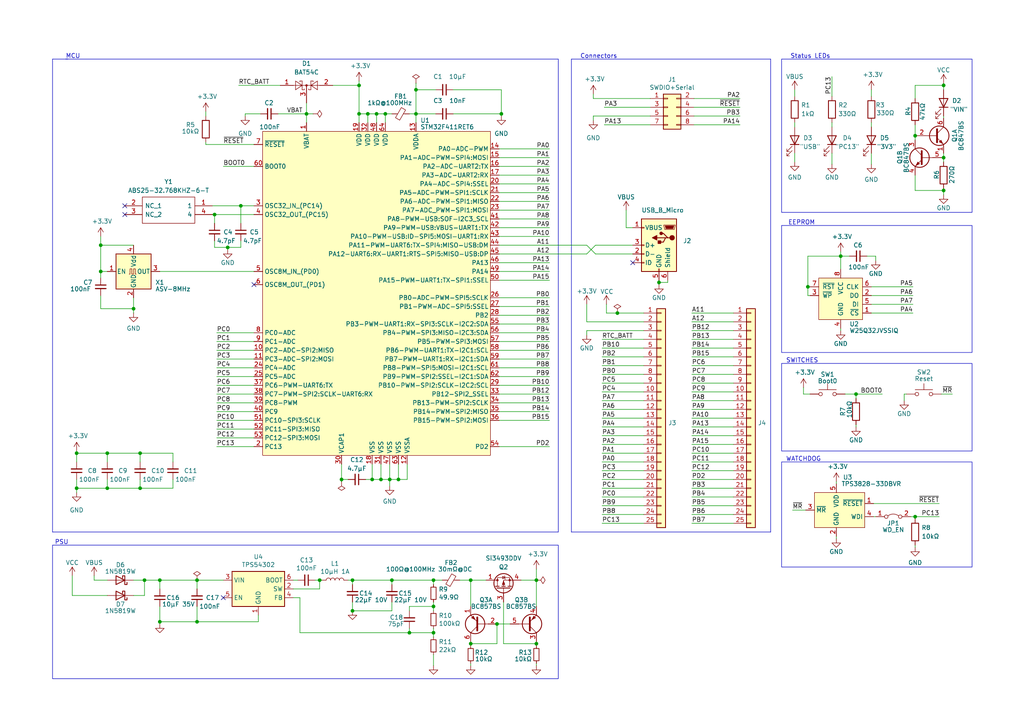
<source format=kicad_sch>
(kicad_sch (version 20230121) (generator eeschema)
  (paper "A4")
  (title_block (title "STM32 WhiteBoard64") (date "2023-08-24") (company "Retronics - Bjørner Sandom"))
  (junction (at 31.115 141.605))
  (junction (at 31.115 131.445))
  (junction (at 104.14 24.765))
  (junction (at 29.21 78.74))
  (junction (at 99.06 139.065))
  (junction (at 145.415 33.02))
  (junction (at 22.225 131.445))
  (junction (at 38.735 89.535))
  (junction (at 179.07 90.805))
  (junction (at 120.65 33.02))
  (junction (at 136.525 168.275))
  (junction (at 107.95 139.065))
  (junction (at 120.65 26.035))
  (junction (at 111.76 33.02))
  (junction (at 118.745 183.515))
  (junction (at 155.575 186.69))
  (junction (at 191.135 81.915))
  (junction (at 125.73 168.275))
  (junction (at 106.68 33.02))
  (junction (at 113.665 168.275))
  (junction (at 62.23 62.23))
  (junction (at 273.685 24.765))
  (junction (at 29.21 71.12))
  (junction (at 46.355 180.34))
  (junction (at 234.315 83.185))
  (junction (at 125.73 175.895))
  (junction (at 273.685 55.245))
  (junction (at 136.525 186.69))
  (junction (at 113.03 139.065))
  (junction (at 265.43 39.37))
  (junction (at 57.15 180.34))
  (junction (at 248.285 114.3))
  (junction (at 22.225 141.605))
  (junction (at 40.64 141.605))
  (junction (at 41.91 168.275))
  (junction (at 110.49 139.065))
  (junction (at 155.575 168.275))
  (junction (at 88.9 33.02))
  (junction (at 265.43 149.86))
  (junction (at 273.685 45.72))
  (junction (at 92.71 168.275))
  (junction (at 243.84 74.295))
  (junction (at 69.85 59.69))
  (junction (at 144.145 180.975))
  (junction (at 109.22 33.02))
  (junction (at 46.355 168.275))
  (junction (at 104.14 33.02))
  (junction (at 102.235 177.165))
  (junction (at 115.57 139.065))
  (junction (at 102.235 168.275))
  (junction (at 66.04 71.755))
  (junction (at 40.64 131.445))
  (junction (at 125.73 183.515))
  (junction (at 57.15 168.275))
  (no_connect (at 36.195 59.69))
  (no_connect (at 183.515 76.2))
  (no_connect (at 36.195 62.23))
  (no_connect (at 73.66 82.55))
  (no_connect (at 64.77 173.355))
  (wire (pts (xy 106.68 33.02) (xy 104.14 33.02)))
  (wire (pts (xy 144.78 76.2) (xy 159.385 76.2)))
  (wire (pts (xy 69.85 59.69) (xy 73.66 59.69)))
  (wire (pts (xy 136.525 186.055) (xy 136.525 186.69)))
  (wire (pts (xy 22.225 130.81) (xy 22.225 131.445)))
  (wire (pts (xy 172.72 73.66) (xy 170.18 71.12)))
  (polyline (pts (xy 165.735 17.145) (xy 223.52 17.145)))
  (wire (pts (xy 85.09 168.275) (xy 86.36 168.275)))
  (wire (pts (xy 64.77 48.26) (xy 73.66 48.26)))
  (wire (pts (xy 170.18 88.265) (xy 170.18 93.345)))
  (wire (pts (xy 172.085 28.575) (xy 172.085 27.305)))
  (polyline (pts (xy 223.52 154.305) (xy 165.735 154.305)))
  (wire (pts (xy 29.21 68.58) (xy 29.21 71.12)))
  (wire (pts (xy 212.725 98.425) (xy 200.66 98.425)))
  (wire (pts (xy 146.05 186.69) (xy 155.575 186.69)))
  (wire (pts (xy 248.285 114.3) (xy 248.285 115.57)))
  (wire (pts (xy 186.69 100.965) (xy 174.625 100.965)))
  (wire (pts (xy 144.78 55.88) (xy 159.385 55.88)))
  (wire (pts (xy 144.78 81.28) (xy 159.385 81.28)))
  (wire (pts (xy 73.66 106.68) (xy 62.865 106.68)))
  (wire (pts (xy 262.255 114.3) (xy 262.89 114.3)))
  (wire (pts (xy 62.23 62.23) (xy 61.595 62.23)))
  (wire (pts (xy 243.84 95.25) (xy 243.84 95.885)))
  (wire (pts (xy 212.725 95.885) (xy 200.66 95.885)))
  (wire (pts (xy 57.15 170.815) (xy 57.15 168.275)))
  (wire (pts (xy 212.725 116.205) (xy 200.66 116.205)))
  (wire (pts (xy 113.03 134.62) (xy 113.03 139.065)))
  (wire (pts (xy 242.57 155.575) (xy 242.57 156.21)))
  (wire (pts (xy 102.235 169.545) (xy 102.235 168.275)))
  (wire (pts (xy 57.15 168.275) (xy 64.77 168.275)))
  (wire (pts (xy 186.69 90.805) (xy 179.07 90.805)))
  (wire (pts (xy 212.725 136.525) (xy 200.66 136.525)))
  (wire (pts (xy 230.505 26.035) (xy 230.505 27.94)))
  (wire (pts (xy 62.23 62.23) (xy 62.23 64.77)))
  (wire (pts (xy 118.745 183.515) (xy 86.995 183.515)))
  (wire (pts (xy 113.03 139.065) (xy 113.03 140.97)))
  (wire (pts (xy 265.43 149.86) (xy 265.43 150.495)))
  (wire (pts (xy 212.725 149.225) (xy 200.66 149.225)))
  (wire (pts (xy 90.805 33.02) (xy 88.9 33.02)))
  (wire (pts (xy 86.995 183.515) (xy 86.995 173.355)))
  (wire (pts (xy 74.93 180.34) (xy 74.93 178.435)))
  (wire (pts (xy 242.57 139.7) (xy 242.57 140.335)))
  (wire (pts (xy 144.78 88.9) (xy 159.385 88.9)))
  (wire (pts (xy 73.66 121.92) (xy 62.865 121.92)))
  (wire (pts (xy 69.85 69.85) (xy 69.85 71.755)))
  (wire (pts (xy 120.65 33.02) (xy 126.365 33.02)))
  (wire (pts (xy 73.66 96.52) (xy 62.865 96.52)))
  (wire (pts (xy 155.575 168.275) (xy 155.575 175.895)))
  (wire (pts (xy 136.525 186.69) (xy 136.525 187.325)))
  (wire (pts (xy 186.69 113.665) (xy 174.625 113.665)))
  (wire (pts (xy 62.23 69.85) (xy 62.23 71.755)))
  (wire (pts (xy 144.78 68.58) (xy 159.385 68.58)))
  (wire (pts (xy 80.645 33.02) (xy 88.9 33.02)))
  (wire (pts (xy 265.43 149.86) (xy 272.415 149.86)))
  (wire (pts (xy 144.78 99.06) (xy 159.385 99.06)))
  (wire (pts (xy 170.18 93.345) (xy 186.69 93.345)))
  (wire (pts (xy 212.725 103.505) (xy 200.66 103.505)))
  (wire (pts (xy 186.69 133.985) (xy 174.625 133.985)))
  (wire (pts (xy 99.06 139.7) (xy 99.06 139.065)))
  (wire (pts (xy 252.73 85.725) (xy 264.795 85.725)))
  (wire (pts (xy 212.725 126.365) (xy 200.66 126.365)))
  (wire (pts (xy 212.725 123.825) (xy 200.66 123.825)))
  (wire (pts (xy 265.43 39.37) (xy 265.43 40.64)))
  (wire (pts (xy 144.78 96.52) (xy 159.385 96.52)))
  (wire (pts (xy 86.995 173.355) (xy 85.09 173.355)))
  (wire (pts (xy 118.11 134.62) (xy 118.11 139.065)))
  (wire (pts (xy 254 149.86) (xy 253.365 149.86)))
  (wire (pts (xy 212.725 144.145) (xy 200.66 144.145)))
  (wire (pts (xy 172.72 73.66) (xy 183.515 73.66)))
  (wire (pts (xy 113.665 174.625) (xy 113.665 177.165)))
  (wire (pts (xy 136.525 192.405) (xy 136.525 193.04)))
  (wire (pts (xy 118.745 183.515) (xy 125.73 183.515)))
  (wire (pts (xy 131.445 26.035) (xy 145.415 26.035)))
  (wire (pts (xy 186.69 149.225) (xy 174.625 149.225)))
  (wire (pts (xy 88.9 35.56) (xy 88.9 33.02)))
  (wire (pts (xy 46.355 168.275) (xy 46.355 170.815)))
  (wire (pts (xy 31.115 141.605) (xy 22.225 141.605)))
  (wire (pts (xy 201.295 36.195) (xy 214.63 36.195)))
  (wire (pts (xy 191.135 81.28) (xy 191.135 81.915)))
  (wire (pts (xy 125.73 169.545) (xy 125.73 168.275)))
  (polyline (pts (xy 15.24 154.305) (xy 15.24 17.145)))
  (wire (pts (xy 69.85 59.69) (xy 69.85 64.77)))
  (wire (pts (xy 125.73 175.895) (xy 125.73 177.165)))
  (wire (pts (xy 125.73 168.275) (xy 128.27 168.275)))
  (wire (pts (xy 265.43 28.575) (xy 265.43 24.765)))
  (wire (pts (xy 73.66 124.46) (xy 62.865 124.46)))
  (wire (pts (xy 50.165 141.605) (xy 40.64 141.605)))
  (wire (pts (xy 252.73 88.265) (xy 264.795 88.265)))
  (wire (pts (xy 144.78 101.6) (xy 159.385 101.6)))
  (wire (pts (xy 144.78 93.98) (xy 159.385 93.98)))
  (wire (pts (xy 50.165 131.445) (xy 50.165 133.985)))
  (wire (pts (xy 118.745 182.245) (xy 118.745 183.515)))
  (wire (pts (xy 234.315 83.185) (xy 234.315 85.725)))
  (wire (pts (xy 186.69 139.065) (xy 174.625 139.065)))
  (wire (pts (xy 186.69 146.685) (xy 174.625 146.685)))
  (wire (pts (xy 144.78 121.92) (xy 159.385 121.92)))
  (wire (pts (xy 188.595 33.655) (xy 172.085 33.655)))
  (wire (pts (xy 212.725 106.045) (xy 200.66 106.045)))
  (wire (pts (xy 186.69 144.145) (xy 174.625 144.145)))
  (wire (pts (xy 131.445 33.02) (xy 145.415 33.02)))
  (wire (pts (xy 62.23 71.755) (xy 66.04 71.755)))
  (wire (pts (xy 234.315 83.185) (xy 234.95 83.185)))
  (wire (pts (xy 155.575 186.055) (xy 155.575 186.69)))
  (wire (pts (xy 233.045 114.3) (xy 234.95 114.3)))
  (wire (pts (xy 248.285 123.19) (xy 248.285 123.825)))
  (wire (pts (xy 73.66 119.38) (xy 62.865 119.38)))
  (wire (pts (xy 38.735 89.535) (xy 38.735 86.36)))
  (wire (pts (xy 254 74.295) (xy 254 75.565)))
  (wire (pts (xy 186.69 116.205) (xy 174.625 116.205)))
  (wire (pts (xy 200.66 90.805) (xy 212.725 90.805)))
  (wire (pts (xy 29.21 89.535) (xy 38.735 89.535)))
  (wire (pts (xy 106.045 139.065) (xy 107.95 139.065)))
  (wire (pts (xy 172.72 71.12) (xy 183.515 71.12)))
  (wire (pts (xy 144.78 45.72) (xy 159.385 45.72)))
  (wire (pts (xy 186.69 136.525) (xy 174.625 136.525)))
  (wire (pts (xy 40.64 139.065) (xy 40.64 141.605)))
  (wire (pts (xy 243.84 74.295) (xy 234.315 74.295)))
  (wire (pts (xy 145.415 26.035) (xy 145.415 33.02)))
  (wire (pts (xy 85.09 170.815) (xy 92.71 170.815)))
  (wire (pts (xy 170.18 95.885) (xy 186.69 95.885)))
  (wire (pts (xy 273.685 45.72) (xy 273.685 46.99)))
  (wire (pts (xy 125.73 189.865) (xy 125.73 193.04)))
  (wire (pts (xy 212.725 146.685) (xy 200.66 146.685)))
  (wire (pts (xy 248.285 114.3) (xy 255.905 114.3)))
  (wire (pts (xy 144.78 60.96) (xy 159.385 60.96)))
  (wire (pts (xy 62.865 129.54) (xy 73.66 129.54)))
  (wire (pts (xy 212.725 113.665) (xy 200.66 113.665)))
  (wire (pts (xy 120.65 24.13) (xy 120.65 26.035)))
  (wire (pts (xy 179.07 90.805) (xy 175.895 90.805)))
  (wire (pts (xy 109.22 33.02) (xy 106.68 33.02)))
  (wire (pts (xy 120.65 35.56) (xy 120.65 33.02)))
  (wire (pts (xy 125.73 174.625) (xy 125.73 175.895)))
  (wire (pts (xy 262.255 116.205) (xy 262.255 114.3)))
  (wire (pts (xy 181.61 60.96) (xy 181.61 66.04)))
  (wire (pts (xy 251.46 74.295) (xy 254 74.295)))
  (wire (pts (xy 38.735 172.72) (xy 41.91 172.72)))
  (wire (pts (xy 120.65 26.035) (xy 126.365 26.035)))
  (wire (pts (xy 140.97 168.275) (xy 136.525 168.275)))
  (wire (pts (xy 144.78 73.66) (xy 170.18 73.66)))
  (wire (pts (xy 93.345 168.275) (xy 92.71 168.275)))
  (wire (pts (xy 273.685 33.655) (xy 273.685 34.29)))
  (wire (pts (xy 186.69 128.905) (xy 174.625 128.905)))
  (wire (pts (xy 175.895 88.265) (xy 175.895 90.805)))
  (wire (pts (xy 230.505 35.56) (xy 230.505 36.83)))
  (wire (pts (xy 57.15 175.895) (xy 57.15 180.34)))
  (wire (pts (xy 73.66 101.6) (xy 62.865 101.6)))
  (wire (pts (xy 57.15 180.34) (xy 74.93 180.34)))
  (wire (pts (xy 265.43 24.765) (xy 273.685 24.765)))
  (wire (pts (xy 102.235 168.275) (xy 100.965 168.275)))
  (wire (pts (xy 120.65 26.035) (xy 120.65 33.02)))
  (wire (pts (xy 104.14 33.02) (xy 104.14 35.56)))
  (wire (pts (xy 107.95 134.62) (xy 107.95 139.065)))
  (wire (pts (xy 110.49 139.065) (xy 113.03 139.065)))
  (wire (pts (xy 91.44 168.275) (xy 92.71 168.275)))
  (wire (pts (xy 186.69 123.825) (xy 174.625 123.825)))
  (wire (pts (xy 273.685 44.45) (xy 273.685 45.72)))
  (wire (pts (xy 155.575 192.405) (xy 155.575 193.04)))
  (wire (pts (xy 144.78 114.3) (xy 159.385 114.3)))
  (wire (pts (xy 144.78 58.42) (xy 159.385 58.42)))
  (wire (pts (xy 22.225 131.445) (xy 31.115 131.445)))
  (wire (pts (xy 212.725 139.065) (xy 200.66 139.065)))
  (wire (pts (xy 265.43 39.37) (xy 265.43 36.195)))
  (wire (pts (xy 186.69 141.605) (xy 174.625 141.605)))
  (wire (pts (xy 107.95 139.065) (xy 110.49 139.065)))
  (wire (pts (xy 106.68 35.56) (xy 106.68 33.02)))
  (wire (pts (xy 201.295 33.655) (xy 214.63 33.655)))
  (wire (pts (xy 73.66 111.76) (xy 62.865 111.76)))
  (wire (pts (xy 193.675 81.915) (xy 191.135 81.915)))
  (wire (pts (xy 188.595 28.575) (xy 172.085 28.575)))
  (wire (pts (xy 92.71 170.815) (xy 92.71 168.275)))
  (wire (pts (xy 31.115 131.445) (xy 31.115 133.985)))
  (polyline (pts (xy 165.735 17.145) (xy 165.735 154.305)))
  (wire (pts (xy 151.13 168.275) (xy 155.575 168.275)))
  (wire (pts (xy 212.725 118.745) (xy 200.66 118.745)))
  (wire (pts (xy 81.28 24.765) (xy 69.215 24.765)))
  (wire (pts (xy 73.66 104.14) (xy 62.865 104.14)))
  (wire (pts (xy 144.78 71.12) (xy 170.18 71.12)))
  (wire (pts (xy 273.685 24.13) (xy 273.685 24.765)))
  (wire (pts (xy 145.415 33.02) (xy 145.415 33.655)))
  (wire (pts (xy 144.78 43.18) (xy 159.385 43.18)))
  (wire (pts (xy 104.14 24.765) (xy 104.14 33.02)))
  (wire (pts (xy 31.115 131.445) (xy 40.64 131.445)))
  (wire (pts (xy 265.43 158.115) (xy 265.43 158.75)))
  (wire (pts (xy 38.735 89.535) (xy 38.735 90.805)))
  (wire (pts (xy 144.78 109.22) (xy 159.385 109.22)))
  (wire (pts (xy 73.66 109.22) (xy 62.865 109.22)))
  (wire (pts (xy 118.745 175.895) (xy 125.73 175.895)))
  (wire (pts (xy 191.135 81.915) (xy 191.135 82.55)))
  (wire (pts (xy 212.725 100.965) (xy 200.66 100.965)))
  (wire (pts (xy 144.78 91.44) (xy 159.385 91.44)))
  (wire (pts (xy 118.745 177.165) (xy 118.745 175.895)))
  (wire (pts (xy 201.295 28.575) (xy 214.63 28.575)))
  (wire (pts (xy 243.84 74.295) (xy 243.84 78.105)))
  (wire (pts (xy 253.365 146.05) (xy 272.415 146.05)))
  (wire (pts (xy 273.685 54.61) (xy 273.685 55.245)))
  (wire (pts (xy 273.685 24.765) (xy 273.685 26.035)))
  (wire (pts (xy 113.03 139.065) (xy 115.57 139.065)))
  (wire (pts (xy 46.355 78.74) (xy 73.66 78.74)))
  (wire (pts (xy 186.69 151.765) (xy 174.625 151.765)))
  (wire (pts (xy 110.49 134.62) (xy 110.49 139.065)))
  (wire (pts (xy 125.73 183.515) (xy 125.73 184.785)))
  (wire (pts (xy 155.575 165.1) (xy 155.575 168.275)))
  (wire (pts (xy 241.3 44.45) (xy 241.3 47.625)))
  (wire (pts (xy 40.64 131.445) (xy 40.64 133.985)))
  (wire (pts (xy 144.145 186.69) (xy 144.145 180.975)))
  (wire (pts (xy 233.045 112.395) (xy 233.045 114.3)))
  (wire (pts (xy 29.21 71.12) (xy 29.21 78.74)))
  (wire (pts (xy 27.305 167.005) (xy 27.305 168.275)))
  (wire (pts (xy 59.69 41.275) (xy 59.69 41.91)))
  (polyline (pts (xy 223.52 17.145) (xy 223.52 154.305)))
  (wire (pts (xy 29.21 85.725) (xy 29.21 89.535)))
  (wire (pts (xy 104.14 23.495) (xy 104.14 24.765)))
  (wire (pts (xy 73.66 114.3) (xy 62.865 114.3)))
  (wire (pts (xy 265.43 50.8) (xy 265.43 55.245)))
  (wire (pts (xy 265.43 39.37) (xy 266.065 39.37)))
  (wire (pts (xy 88.9 29.845) (xy 88.9 33.02)))
  (wire (pts (xy 144.78 53.34) (xy 159.385 53.34)))
  (wire (pts (xy 136.525 186.69) (xy 144.145 186.69)))
  (wire (pts (xy 115.57 139.065) (xy 118.11 139.065)))
  (wire (pts (xy 186.69 108.585) (xy 174.625 108.585)))
  (wire (pts (xy 144.78 104.14) (xy 159.385 104.14)))
  (wire (pts (xy 29.21 71.12) (xy 38.735 71.12)))
  (wire (pts (xy 144.78 106.68) (xy 159.385 106.68)))
  (wire (pts (xy 212.725 131.445) (xy 200.66 131.445)))
  (wire (pts (xy 73.66 62.23) (xy 62.23 62.23)))
  (wire (pts (xy 212.725 133.985) (xy 200.66 133.985)))
  (wire (pts (xy 111.76 33.02) (xy 113.665 33.02)))
  (wire (pts (xy 118.745 33.02) (xy 120.65 33.02)))
  (wire (pts (xy 22.225 131.445) (xy 22.225 133.985)))
  (wire (pts (xy 273.05 45.72) (xy 273.685 45.72)))
  (wire (pts (xy 212.725 108.585) (xy 200.66 108.585)))
  (wire (pts (xy 41.91 172.72) (xy 41.91 168.275)))
  (wire (pts (xy 113.665 169.545) (xy 113.665 168.275)))
  (polyline (pts (xy 15.24 17.145) (xy 19.685 17.145)))
  (wire (pts (xy 73.66 99.06) (xy 62.865 99.06)))
  (wire (pts (xy 144.78 66.04) (xy 159.385 66.04)))
  (wire (pts (xy 109.22 35.56) (xy 109.22 33.02)))
  (wire (pts (xy 252.73 83.185) (xy 264.795 83.185)))
  (wire (pts (xy 144.78 63.5) (xy 159.385 63.5)))
  (wire (pts (xy 29.21 78.74) (xy 29.21 80.645)))
  (wire (pts (xy 136.525 168.275) (xy 136.525 175.895)))
  (wire (pts (xy 27.305 168.275) (xy 31.115 168.275)))
  (wire (pts (xy 245.11 114.3) (xy 248.285 114.3)))
  (wire (pts (xy 252.73 44.45) (xy 252.73 47.625)))
  (wire (pts (xy 146.05 174.625) (xy 146.05 186.69)))
  (polyline (pts (xy 161.925 17.145) (xy 161.925 154.305)))
  (wire (pts (xy 102.235 168.275) (xy 113.665 168.275)))
  (wire (pts (xy 186.69 98.425) (xy 174.625 98.425)))
  (wire (pts (xy 241.3 35.56) (xy 241.3 36.83)))
  (wire (pts (xy 186.69 121.285) (xy 174.625 121.285)))
  (wire (pts (xy 264.16 149.86) (xy 265.43 149.86)))
  (wire (pts (xy 144.78 129.54) (xy 159.385 129.54)))
  (wire (pts (xy 229.87 147.955) (xy 233.68 147.955)))
  (wire (pts (xy 69.85 71.755) (xy 66.04 71.755)))
  (wire (pts (xy 115.57 134.62) (xy 115.57 139.065)))
  (wire (pts (xy 20.955 167.005) (xy 20.955 172.72)))
  (wire (pts (xy 22.225 141.605) (xy 22.225 142.875)))
  (wire (pts (xy 144.78 111.76) (xy 159.385 111.76)))
  (wire (pts (xy 144.78 116.84) (xy 159.385 116.84)))
  (wire (pts (xy 170.18 73.66) (xy 172.72 71.12)))
  (wire (pts (xy 59.69 32.385) (xy 59.69 33.655)))
  (wire (pts (xy 193.675 81.28) (xy 193.675 81.915)))
  (wire (pts (xy 144.78 48.26) (xy 159.385 48.26)))
  (wire (pts (xy 125.73 182.245) (xy 125.73 183.515)))
  (wire (pts (xy 212.725 151.765) (xy 200.66 151.765)))
  (wire (pts (xy 96.52 24.765) (xy 104.14 24.765)))
  (wire (pts (xy 188.595 36.195) (xy 175.26 36.195)))
  (wire (pts (xy 144.78 50.8) (xy 159.385 50.8)))
  (wire (pts (xy 71.12 33.02) (xy 71.12 33.655)))
  (wire (pts (xy 234.315 85.725) (xy 234.95 85.725)))
  (wire (pts (xy 41.91 168.275) (xy 46.355 168.275)))
  (wire (pts (xy 50.165 139.065) (xy 50.165 141.605)))
  (wire (pts (xy 99.06 134.62) (xy 99.06 139.065)))
  (wire (pts (xy 144.78 78.74) (xy 159.385 78.74)))
  (wire (pts (xy 71.12 33.02) (xy 75.565 33.02)))
  (wire (pts (xy 212.725 111.125) (xy 200.66 111.125)))
  (wire (pts (xy 234.315 74.295) (xy 234.315 83.185)))
  (wire (pts (xy 273.685 55.245) (xy 273.685 56.515)))
  (wire (pts (xy 31.115 139.065) (xy 31.115 141.605)))
  (wire (pts (xy 241.3 22.225) (xy 241.3 27.94)))
  (wire (pts (xy 144.145 180.975) (xy 147.955 180.975)))
  (wire (pts (xy 102.235 174.625) (xy 102.235 177.165)))
  (wire (pts (xy 252.73 90.805) (xy 264.795 90.805)))
  (wire (pts (xy 46.355 180.34) (xy 57.15 180.34)))
  (wire (pts (xy 22.225 139.065) (xy 22.225 141.605)))
  (wire (pts (xy 186.69 131.445) (xy 174.625 131.445)))
  (wire (pts (xy 46.355 180.34) (xy 46.355 180.975)))
  (wire (pts (xy 66.04 71.755) (xy 66.04 72.39)))
  (wire (pts (xy 188.595 31.115) (xy 175.26 31.115)))
  (wire (pts (xy 201.295 31.115) (xy 214.63 31.115)))
  (wire (pts (xy 172.085 33.655) (xy 172.085 34.925)))
  (wire (pts (xy 186.69 118.745) (xy 174.625 118.745)))
  (polyline (pts (xy 19.05 17.145) (xy 161.925 17.145)))
  (wire (pts (xy 243.84 74.295) (xy 246.38 74.295)))
  (wire (pts (xy 252.73 35.56) (xy 252.73 36.83)))
  (wire (pts (xy 29.21 78.74) (xy 31.115 78.74)))
  (wire (pts (xy 144.78 119.38) (xy 159.385 119.38)))
  (wire (pts (xy 46.355 175.895) (xy 46.355 180.34)))
  (wire (pts (xy 186.69 111.125) (xy 174.625 111.125)))
  (wire (pts (xy 155.575 186.69) (xy 155.575 187.325)))
  (wire (pts (xy 20.955 172.72) (xy 31.115 172.72)))
  (wire (pts (xy 186.69 106.045) (xy 174.625 106.045)))
  (wire (pts (xy 170.18 95.885) (xy 170.18 97.155)))
  (wire (pts (xy 111.76 35.56) (xy 111.76 33.02)))
  (wire (pts (xy 40.64 141.605) (xy 31.115 141.605)))
  (wire (pts (xy 59.69 41.91) (xy 73.66 41.91)))
  (wire (pts (xy 61.595 59.69) (xy 69.85 59.69)))
  (wire (pts (xy 212.725 128.905) (xy 200.66 128.905)))
  (wire (pts (xy 186.69 126.365) (xy 174.625 126.365)))
  (wire (pts (xy 273.05 114.3) (xy 276.225 114.3)))
  (wire (pts (xy 200.66 93.345) (xy 212.725 93.345)))
  (wire (pts (xy 252.73 26.035) (xy 252.73 27.94)))
  (wire (pts (xy 99.06 139.065) (xy 100.965 139.065)))
  (wire (pts (xy 40.64 131.445) (xy 50.165 131.445)))
  (wire (pts (xy 265.43 55.245) (xy 273.685 55.245)))
  (wire (pts (xy 57.15 168.275) (xy 46.355 168.275)))
  (wire (pts (xy 113.665 168.275) (xy 125.73 168.275)))
  (wire (pts (xy 212.725 121.285) (xy 200.66 121.285)))
  (wire (pts (xy 102.235 177.165) (xy 113.665 177.165)))
  (wire (pts (xy 38.735 168.275) (xy 41.91 168.275)))
  (wire (pts (xy 181.61 66.04) (xy 183.515 66.04)))
  (wire (pts (xy 186.69 103.505) (xy 174.625 103.505)))
  (wire (pts (xy 230.505 44.45) (xy 230.505 46.99)))
  (polyline (pts (xy 161.925 154.305) (xy 15.24 154.305)))
  (wire (pts (xy 212.725 141.605) (xy 200.66 141.605)))
  (wire (pts (xy 111.76 33.02) (xy 109.22 33.02)))
  (wire (pts (xy 243.84 73.025) (xy 243.84 74.295)))
  (wire (pts (xy 144.78 86.36) (xy 159.385 86.36)))
  (wire (pts (xy 133.35 168.275) (xy 136.525 168.275)))
  (wire (pts (xy 73.66 116.84) (xy 62.865 116.84)))
  (wire (pts (xy 73.66 127) (xy 62.865 127)))
  (rectangle (start 226.695 65.405) (end 281.94 102.235))
  (rectangle (start 226.695 133.985) (end 281.94 164.465))
  (rectangle (start 15.24 158.115) (end 161.925 196.85))
  (rectangle (start 226.695 105.41) (end 281.94 130.81))
  (rectangle (start 226.695 17.145) (end 281.94 61.595))
  (text "PSU" (at 15.875 158.115 0) (effects (font (size 1.27 1.27)) (justify left bottom)))
  (text "Status LEDs" (at 229.235 17.145 0) (effects (font (size 1.27 1.27)) (justify left bottom)))
  (text "MCU" (at 19.05 17.145 0) (effects (font (size 1.27 1.27)) (justify left bottom)))
  (text "Connectors" (at 168.275 17.145 0) (effects (font (size 1.27 1.27)) (justify left bottom)))
  (text "WATCHDOG" (at 227.965 133.985 0) (effects (font (size 1.27 1.27)) (justify left bottom)))
  (text "SWITCHES" (at 227.965 105.41 0) (effects (font (size 1.27 1.27)) (justify left bottom)))
  (text "EEPROM" (at 228.6 65.405 0) (effects (font (size 1.27 1.27)) (justify left bottom)))
  (label "PD2" (at 200.66 139.065 0))
  (label "RTC_BATT" (at 174.625 98.425 0))
  (label "PC7" (at 200.66 108.585 0))
  (label "PA14" (at 214.63 36.195 180))
  (label "PB14" (at 159.385 119.38 180))
  (label "PA4" (at 264.795 90.805 180))
  (label "PA13" (at 159.385 76.2 180))
  (label "PB3" (at 214.63 33.655 180))
  (label "PA15" (at 159.385 81.28 180))
  (label "PC5" (at 174.625 111.125 0))
  (label "PA4" (at 159.385 53.34 180))
  (label "PA3" (at 175.26 31.115 0))
  (label "PA6" (at 174.625 118.745 0))
  (label "PA13" (at 175.26 36.195 0))
  (label "PB12" (at 200.66 95.885 0))
  (label "A11" (at 200.66 90.805 0))
  (label "PC5" (at 62.865 109.22 0))
  (label "PA6" (at 159.385 58.42 180))
  (label "PB8" (at 159.385 106.68 180))
  (label "PB10" (at 174.625 100.965 0))
  (label "PC6" (at 62.865 111.76 0))
  (label "PA10" (at 159.385 68.58 180))
  (label "PB1" (at 159.385 88.9 180))
  (label "PC8" (at 200.66 111.125 0))
  (label "RTC_BATT" (at 69.215 24.765 0))
  (label "PC2" (at 62.865 101.6 0))
  (label "PB5" (at 159.385 99.06 180))
  (label "PB6" (at 200.66 149.225 0))
  (label "PB13" (at 200.66 98.425 0))
  (label "PB4" (at 200.66 144.145 0))
  (label "PC9" (at 62.865 119.38 0))
  (label "PA9" (at 159.385 66.04 180))
  (label "PA15" (at 200.66 128.905 0))
  (label "PA13" (at 200.66 123.825 0))
  (label "PA0" (at 174.625 133.985 0))
  (label "PA3" (at 174.625 126.365 0))
  (label "PB9" (at 159.385 109.22 180))
  (label "PC7" (at 62.865 114.3 0))
  (label "PA9" (at 200.66 118.745 0))
  (label "PC0" (at 174.625 144.145 0))
  (label "PB7" (at 159.385 104.14 180))
  (label "PC9" (at 200.66 113.665 0))
  (label "PC13" (at 174.625 151.765 0))
  (label "PA7" (at 264.795 88.265 180))
  (label "PB10" (at 159.385 111.76 180))
  (label "PA1" (at 159.385 45.72 180))
  (label "PA4" (at 174.625 123.825 0))
  (label "BOOT0" (at 255.905 114.3 180))
  (label "~{MR}" (at 229.87 147.955 0))
  (label "PB14" (at 200.66 100.965 0))
  (label "PC11" (at 200.66 133.985 0))
  (label "PB0" (at 159.385 86.36 180))
  (label "PA3" (at 159.385 50.8 180))
  (label "PB3" (at 159.385 93.98 180))
  (label "PA10" (at 200.66 121.285 0))
  (label "PB9" (at 174.625 146.685 0))
  (label "A12" (at 200.66 93.345 0))
  (label "PC1" (at 174.625 141.605 0))
  (label "PC4" (at 62.865 106.68 0))
  (label "BOOT0" (at 64.77 48.26 0))
  (label "PC10" (at 62.865 121.92 0))
  (label "PA2" (at 159.385 48.26 180))
  (label "PA14" (at 159.385 78.74 180))
  (label "PA8" (at 200.66 116.205 0))
  (label "~{RESET}" (at 64.77 41.91 0))
  (label "PA5" (at 174.625 121.285 0))
  (label "PA5" (at 264.795 83.185 180))
  (label "PB2" (at 174.625 103.505 0))
  (label "PA2" (at 174.625 128.905 0))
  (label "A12" (at 159.385 73.66 180))
  (label "PB15" (at 200.66 103.505 0))
  (label "PC12" (at 200.66 136.525 0))
  (label "PA1" (at 174.625 131.445 0))
  (label "PB6" (at 159.385 101.6 180))
  (label "PA7" (at 174.625 116.205 0))
  (label "PC13" (at 62.865 129.54 0))
  (label "PC10" (at 200.66 131.445 0))
  (label "VBAT" (at 83.185 33.02 0))
  (label "PD2" (at 159.385 129.54 180))
  (label "PC3" (at 62.865 104.14 0))
  (label "~{RESET}" (at 214.63 31.115 180))
  (label "PA2" (at 214.63 28.575 180))
  (label "~{MR}" (at 276.225 114.3 180))
  (label "PC13" (at 241.3 22.225 270))
  (label "PC2" (at 174.625 139.065 0))
  (label "PB3" (at 200.66 141.605 0))
  (label "PA6" (at 264.795 85.725 180))
  (label "PC4" (at 174.625 113.665 0))
  (label "PB0" (at 174.625 108.585 0))
  (label "PB2" (at 159.385 91.44 180))
  (label "PA7" (at 159.385 60.96 180))
  (label "PB15" (at 159.385 121.92 180))
  (label "PB4" (at 159.385 96.52 180))
  (label "PB1" (at 174.625 106.045 0))
  (label "PB13" (at 159.385 116.84 180))
  (label "PC0" (at 62.865 96.52 0))
  (label "PC1" (at 62.865 99.06 0))
  (label "PA8" (at 159.385 63.5 180))
  (label "PB7" (at 200.66 151.765 0))
  (label "PC3" (at 174.625 136.525 0))
  (label "PC13" (at 272.415 149.86 180))
  (label "PC12" (at 62.865 127 0))
  (label "PB12" (at 159.385 114.3 180))
  (label "PC8" (at 62.865 116.84 0))
  (label "A11" (at 159.385 71.12 180))
  (label "PA14" (at 200.66 126.365 0))
  (label "PA0" (at 159.385 43.18 180))
  (label "PC6" (at 200.66 106.045 0))
  (label "PB8" (at 174.625 149.225 0))
  (label "PA5" (at 159.385 55.88 180))
  (label "~{RESET}" (at 272.415 146.05 180))
  (label "PB5" (at 200.66 146.685 0))
  (label "PC11" (at 62.865 124.46 0))
  (symbol (lib_id "Device:C_Small") (at 103.505 139.065 270) (unit 1)
    (property "Reference" "C12" (at 103.505 133.35 90))
    (property "Value" "4.7µF" (at 103.505 135.89 90))
    (property "Footprint" "Capacitor_SMD:C_0603_1608Metric_Pad1.08x0.95mm_HandSolder" (effects hide))
  )
  (symbol (lib_id "power:+3.3V") (at 104.14 23.495 0) (unit 1)
    (property "Reference" "#PWR01" (effects hide))
    (property "Value" "+3.3V" (at 104.521 19.1008 0))
  )
  (symbol (lib_id "Device:C_Small") (at 128.905 33.02 270) (unit 1)
    (property "Reference" "C3" (at 127 29.21 90))
    (property "Value" "10nF" (at 132.715 29.21 90))
    (property "Footprint" "Capacitor_SMD:C_0603_1608Metric_Pad1.08x0.95mm_HandSolder" (effects hide))
  )
  (symbol (lib_id "Device:R") (at 248.285 119.38 180) (unit 1)
    (property "Reference" "R7" (at 244.475 119.38 90))
    (property "Value" "10kΩ" (at 246.38 118.745 90))
    (property "Footprint" "Resistor_SMD:R_0603_1608Metric_Pad0.98x0.95mm_HandSolder" (effects hide))
  )
  (symbol (lib_id "Switch:SW_Push") (at 267.97 114.3 0) (unit 1)
    (property "Reference" "SW2" (at 267.97 107.95 0))
    (property "Value" "Reset" (at 267.97 109.855 0))
    (property "Footprint" "myDevices:PTS840ESDGMSMTRLFS" (effects hide))
  )
  (symbol (lib_id "Device:C_Small") (at 22.225 136.525 180) (unit 1)
    (property "Reference" "C8" (at 25.4 136.525 0) (effects (justify right)))
    (property "Value" "100nF" (at 22.86 139.065 0) (effects (justify right)))
    (property "Footprint" "Capacitor_SMD:C_0603_1608Metric_Pad1.08x0.95mm_HandSolder" (effects hide))
  )
  (symbol (lib_id "Device:C_Small") (at 31.115 136.525 180) (unit 1)
    (property "Reference" "C9" (at 34.29 136.525 0) (effects (justify right)))
    (property "Value" "100nF" (at 31.75 139.065 0) (effects (justify right)))
    (property "Footprint" "Capacitor_SMD:C_0603_1608Metric_Pad1.08x0.95mm_HandSolder" (effects hide))
  )
  (symbol (lib_id "Device:C_Small") (at 40.64 136.525 180) (unit 1)
    (property "Reference" "C10" (at 43.815 136.525 0) (effects (justify right)))
    (property "Value" "100nF" (at 41.275 139.065 0) (effects (justify right)))
    (property "Footprint" "Capacitor_SMD:C_0603_1608Metric_Pad1.08x0.95mm_HandSolder" (effects hide))
  )
  (symbol (lib_id "power:+3.3V") (at 22.225 130.81 0) (unit 1)
    (property "Reference" "#PWR028" (effects hide))
    (property "Value" "+3.3V" (at 22.606 126.4158 0))
  )
  (symbol (lib_id "Switch:SW_Push") (at 240.03 114.3 0) (unit 1)
    (property "Reference" "SW1" (at 240.03 108.585 0))
    (property "Value" "Boot0" (at 240.03 110.49 0))
    (property "Footprint" "myDevices:PTS840ESDGMSMTRLFS" (effects hide))
  )
  (symbol (lib_id "Device:C_Small") (at 62.23 67.31 0) (unit 1)
    (property "Reference" "C4" (at 64.77 67.31 0) (effects (justify left)))
    (property "Value" "4.7pF" (at 62.865 69.85 0) (effects (justify left)))
    (property "Footprint" "Capacitor_SMD:C_0603_1608Metric_Pad1.08x0.95mm_HandSolder" (effects hide))
  )
  (symbol (lib_id "Device:LED") (at 241.3 40.64 270) (mirror x) (unit 1)
    (property "Reference" "D4" (at 245.745 40.005 90))
    (property "Value" "\"PC13\"" (at 245.745 42.545 90))
    (property "Footprint" "LED_SMD:LED_0603_1608Metric_Pad1.05x0.95mm_HandSolder" (effects hide))
  )
  (symbol (lib_id "Device:R") (at 241.3 31.75 0) (mirror x) (unit 1)
    (property "Reference" "R2" (at 244.475 30.48 0))
    (property "Value" "330Ω" (at 245.745 33.02 0))
    (property "Footprint" "Resistor_SMD:R_0603_1608Metric_Pad0.98x0.95mm_HandSolder" (effects hide))
  )
  (symbol (lib_id "power:+3.3V") (at 233.045 112.395 0) (unit 1)
    (property "Reference" "#PWR025" (effects hide))
    (property "Value" "+3.3V" (at 233.426 108.0008 0))
  )
  (symbol (lib_id "power:+3.3V") (at 172.085 27.305 0) (unit 1)
    (property "Reference" "#PWR05" (effects hide))
    (property "Value" "+3.3V" (at 172.466 22.9108 0))
  )
  (symbol (lib_id "Device:C_Small") (at 128.905 26.035 270) (unit 1)
    (property "Reference" "C1" (at 127 22.225 90))
    (property "Value" "10µF" (at 132.715 22.225 90))
    (property "Footprint" "Capacitor_SMD:C_0603_1608Metric_Pad1.08x0.95mm_HandSolder" (effects hide))
  )
  (symbol (lib_id "Device:C_Small") (at 69.85 67.31 0) (unit 1)
    (property "Reference" "C5" (at 72.39 67.31 0) (effects (justify left)))
    (property "Value" "4.7pF" (at 70.485 69.85 0) (effects (justify left)))
    (property "Footprint" "Capacitor_SMD:C_0603_1608Metric_Pad1.08x0.95mm_HandSolder" (effects hide))
  )
  (symbol (lib_id "Device:C_Small") (at 78.105 33.02 270) (unit 1)
    (property "Reference" "C2" (at 79.375 29.845 90) (effects (justify right)))
    (property "Value" "100nF" (at 81.28 36.83 90) (effects (justify right)))
    (property "Footprint" "Capacitor_SMD:C_0603_1608Metric_Pad1.08x0.95mm_HandSolder" (effects hide))
  )
  (symbol (lib_id "Device:C_Small") (at 50.165 136.525 180) (unit 1)
    (property "Reference" "C11" (at 53.34 136.525 0) (effects (justify right)))
    (property "Value" "100nF" (at 50.8 139.065 0) (effects (justify right)))
    (property "Footprint" "Capacitor_SMD:C_0603_1608Metric_Pad1.08x0.95mm_HandSolder" (effects hide))
  )
  (symbol (lib_id "Connector_Generic:Conn_01x25") (at 217.805 121.285 0) (unit 1)
    (property "Reference" "J4" (at 219.837 122.6566 0) (effects (justify left)))
    (property "Value" "Header2" (effects hide))
    (property "Footprint" "Connector_PinHeader_2.54mm:PinHeader_1x25_P2.54mm_Vertical" (effects hide))
  )
  (symbol (lib_id "power:+3.3V") (at 170.18 88.265 0) (unit 1)
    (property "Reference" "#PWR020" (effects hide))
    (property "Value" "+3.3V" (at 170.18 84.455 0))
  )
  (symbol (lib_id "Connector_Generic:Conn_01x25") (at 191.77 121.285 0) (unit 1)
    (property "Reference" "J3" (at 193.802 122.6566 0) (effects (justify left)))
    (property "Value" "Header1" (effects hide))
    (property "Footprint" "Connector_PinHeader_2.54mm:PinHeader_1x25_P2.54mm_Vertical" (effects hide))
  )
  (symbol (lib_id "Connector_Generic:Conn_02x04_Odd_Even") (at 193.675 31.115 0) (unit 1)
    (property "Reference" "J1" (at 194.945 23.0632 0))
    (property "Value" "SWDIO+Serial" (at 194.945 25.3746 0))
    (property "Footprint" "Connector_IDC:IDC-Header_2x04_P2.54mm_Vertical" (effects hide))
  )
  (symbol (lib_id "Device:LED") (at 252.73 40.64 270) (mirror x) (unit 1)
    (property "Reference" "D5" (at 256.54 40.005 90))
    (property "Value" "\"3V3\"" (at 257.175 42.545 90))
    (property "Footprint" "LED_SMD:LED_0603_1608Metric_Pad1.05x0.95mm_HandSolder" (effects hide))
  )
  (symbol (lib_id "Device:R") (at 252.73 31.75 0) (mirror x) (unit 1)
    (property "Reference" "R3" (at 255.27 30.48 0))
    (property "Value" "330Ω" (at 256.794 32.766 0))
    (property "Footprint" "Resistor_SMD:R_0603_1608Metric_Pad0.98x0.95mm_HandSolder" (effects hide))
  )
  (symbol (lib_id "Retronics_Integrated_Circuits:TPS3828-33DBVR") (at 236.22 147.32 0) (unit 1)
    (property "Reference" "U3" (at 244.475 138.43 0) (effects (justify left)))
    (property "Value" "TPS3828-33DBVR" (at 252.73 140.335 0))
    (property "Footprint" "Package_TO_SOT_SMD:SOT-23-5_HandSoldering" (effects hide))
  )
  (symbol (lib_id "power:PWR_FLAG") (at 90.805 33.02 270) (unit 1)
    (property "Reference" "#FLG02" (effects hide))
    (property "Value" "PWR_FLAG" (effects hide))
  )
  (symbol (lib_id "Device:R") (at 273.685 50.8 0) (mirror x) (unit 1)
    (property "Reference" "R6" (at 271.653 50.673 90))
    (property "Value" "270Ω" (at 276.098 50.673 90))
    (property "Footprint" "Resistor_SMD:R_0603_1608Metric_Pad0.98x0.95mm_HandSolder" (effects hide))
  )
  (symbol (lib_id "Retronics_Microcontrollers:STM32F411RET6") (at 113.03 81.28 0) (unit 1)
    (property "Reference" "U1" (at 121.92 34.925 0) (effects (justify left)))
    (property "Value" "STM32F411RET6" (at 121.92 36.83 0) (effects (justify left)))
    (property "Footprint" "Package_QFP:LQFP-64_10x10mm_P0.5mm" (effects hide))
    (property "Datasheet" "http://www.st.com/st-web-ui/static/active/en/resource/technical/document/datasheet/DM00115249.pdf" (effects hide))
  )
  (symbol (lib_id "Device:C_Small") (at 118.745 179.705 180) (unit 1)
    (property "Reference" "C18" (at 113.03 179.07 0) (effects (justify right)))
    (property "Value" "75pF" (at 112.395 180.975 0) (effects (justify right)))
    (property "Footprint" "Capacitor_SMD:C_0603_1608Metric_Pad1.08x0.95mm_HandSolder" (effects hide))
  )
  (symbol (lib_id "Device:C_Small") (at 88.9 168.275 270) (unit 1)
    (property "Reference" "C13" (at 88.9 162.4584 90))
    (property "Value" "100nF" (at 88.9 164.7698 90))
    (property "Footprint" "Capacitor_SMD:C_0603_1608Metric_Pad1.08x0.95mm_HandSolder" (effects hide))
  )
  (symbol (lib_id "Device:C_Small") (at 57.15 173.355 180) (unit 1)
    (property "Reference" "C17" (at 59.69 173.355 0) (effects (justify right)))
    (property "Value" "100nF" (at 57.785 175.895 0) (effects (justify right)))
    (property "Footprint" "Capacitor_SMD:C_0603_1608Metric_Pad1.08x0.95mm_HandSolder" (effects hide))
  )
  (symbol (lib_id "Device:FerriteBead_Small") (at 130.81 168.275 90) (unit 1)
    (property "Reference" "FB2" (at 130.81 163.195 90))
    (property "Value" "100Ω@100MHz 30mΩ@DC" (at 124.46 165.1 90))
    (property "Footprint" "Inductor_SMD:L_0603_1608Metric_Pad1.05x0.95mm_HandSolder" (effects hide))
  )
  (symbol (lib_id "Device:R_Small") (at 125.73 187.325 0) (unit 1)
    (property "Reference" "R11" (at 127.2286 186.1566 0) (effects (justify left)))
    (property "Value" "22kΩ" (at 127.2286 188.468 0) (effects (justify left)))
    (property "Footprint" "Resistor_SMD:R_0603_1608Metric_Pad0.98x0.95mm_HandSolder" (effects hide))
  )
  (symbol (lib_id "power:GND") (at 66.04 72.39 0) (unit 1)
    (property "Reference" "#PWR016" (effects hide))
    (property "Value" "GND" (at 66.04 76.2 0))
  )
  (symbol (lib_id "power:GND") (at 125.73 193.04 0) (unit 1)
    (property "Reference" "#PWR039" (effects hide))
    (property "Value" "GNDPWR" (effects hide))
  )
  (symbol (lib_id "power:+3.3V") (at 155.575 165.1 0) (unit 1)
    (property "Reference" "#PWR034" (effects hide))
    (property "Value" "+3.3V" (at 155.956 160.7058 0))
  )
  (symbol (lib_id "Transistor_BJT:BC857BS") (at 139.065 180.975 180) (unit 1)
    (property "Reference" "Q3" (at 142.875 173.99 0) (effects (justify left)))
    (property "Value" "BC857BS" (at 145.415 175.895 0) (effects (justify left)))
    (property "Footprint" "myDevices:SOT-363_SC-70-6-Handsoldering" (effects hide))
    (property "Datasheet" "https://assets.nexperia.com/documents/data-sheet/BC857BS.pdf" (effects hide))
  )
  (symbol (lib_id "power:+3.3V") (at 29.21 68.58 0) (unit 1)
    (property "Reference" "#PWR015" (effects hide))
    (property "Value" "+3.3V" (at 29.591 64.1858 0))
  )
  (symbol (lib_id "power:GND") (at 273.685 56.515 0) (mirror y) (unit 1)
    (property "Reference" "#PWR013" (effects hide))
    (property "Value" "GND" (at 273.685 60.325 0))
  )
  (symbol (lib_id "myDevices:ABS25-32.768KHZ-6-T") (at 61.595 62.23 180) (unit 1)
    (property "Reference" "Y1" (at 48.895 52.705 0))
    (property "Value" "ABS25-32.768KHZ-6-T" (at 48.895 55.245 0))
    (property "Footprint" "SamacSys_Parts:ABS25" (effects hide))
    (property "Description" "32.768 kHz LOW FREQUENCY SMD CRYSTAL" (effects hide))
    (property "RS Part Number" "1712795P" (effects hide))
    (property "RS Price/Stock" "http://uk.rs-online.com/web/p/products/1712795P" (effects hide))
    (property "Manufacturer_Name" "ABRACON" (effects hide))
    (property "Manufacturer_Part_Number" "ABS25-32.768KHZ-6-T" (effects hide))
  )
  (symbol (lib_id "power:PWR_FLAG") (at 155.575 168.275 270) (unit 1)
    (property "Reference" "#FLG06" (effects hide))
    (property "Value" "PWR_FLAG" (effects hide))
  )
  (symbol (lib_id "power:GND") (at 145.415 33.655 0) (unit 1)
    (property "Reference" "#PWR08" (effects hide))
    (property "Value" "GND" (at 145.415 38.735 0))
  )
  (symbol (lib_id "power:VBUS") (at 181.61 60.96 0) (unit 1)
    (property "Reference" "#PWR014" (effects hide))
    (property "Value" "VBUS" (at 181.61 57.15 0))
  )
  (symbol (lib_id "power:GND") (at 243.84 95.885 0) (mirror y) (unit 1)
    (property "Reference" "#PWR023" (effects hide))
    (property "Value" "GND" (at 243.84 99.695 0))
  )
  (symbol (lib_id "Jumper:Jumper_2_Bridged") (at 259.08 149.86 0) (unit 1)
    (property "Reference" "JP1" (at 259.08 151.765 0))
    (property "Value" "WD_EN" (at 259.08 153.67 0))
    (property "Footprint" "myDevices:PinHeader_1x02_P1.27mm_Vertical" (effects hide))
  )
  (symbol (lib_id "power:VBUS") (at 27.305 167.005 0) (unit 1)
    (property "Reference" "#PWR036" (effects hide))
    (property "Value" "VBUS" (at 27.305 163.195 0))
  )
  (symbol (lib_id "power:GND") (at 71.12 33.655 0) (unit 1)
    (property "Reference" "#PWR07" (effects hide))
    (property "Value" "GND" (at 71.12 38.735 0))
  )
  (symbol (lib_id "power:GND") (at 241.3 47.625 0) (mirror y) (unit 1)
    (property "Reference" "#PWR011" (effects hide))
    (property "Value" "GND" (at 241.3 51.435 0))
  )
  (symbol (lib_id "Device:R_Small") (at 136.525 189.865 180) (unit 1)
    (property "Reference" "R12" (at 141.605 189.23 0) (effects (justify left)))
    (property "Value" "10kΩ" (at 142.875 191.135 0) (effects (justify left)))
    (property "Footprint" "Resistor_SMD:R_0603_1608Metric_Pad0.98x0.95mm_HandSolder" (effects hide))
  )
  (symbol (lib_id "Retronics_Discrete:Si3493DDV") (at 146.05 170.815 90) (unit 1)
    (property "Reference" "Q2" (at 146.05 164.465 90))
    (property "Value" "Si3493DDV" (at 146.05 161.925 90))
    (property "Footprint" "SamacSys_Parts:SOT95P280X100-6N" (effects hide))
  )
  (symbol (lib_id "power:GND") (at 248.285 123.825 0) (unit 1)
    (property "Reference" "#PWR027" (effects hide))
    (property "Value" "GND" (at 248.285 127.635 0))
  )
  (symbol (lib_id "power:VCC") (at 273.685 24.13 0) (unit 1)
    (property "Reference" "#PWR02" (effects hide))
    (property "Value" "VCC" (at 273.685 20.32 0))
  )
  (symbol (lib_id "power:GND") (at 230.505 46.99 0) (unit 1)
    (property "Reference" "#PWR010" (effects hide))
    (property "Value" "GND" (at 230.505 51.435 0))
  )
  (symbol (lib_id "Device:D_Schottky") (at 34.925 172.72 180) (unit 1)
    (property "Reference" "D7" (at 34.925 175.26 0))
    (property "Value" "1N5819W" (at 34.925 177.165 0))
    (property "Footprint" "Diode_SMD:D_SOD-123" (effects hide))
  )
  (symbol (lib_id "Device:R") (at 230.505 31.75 180) (unit 1)
    (property "Reference" "R1" (at 233.68 30.48 0))
    (property "Value" "1kΩ" (at 234.315 33.02 0))
    (property "Footprint" "Resistor_SMD:R_0603_1608Metric_Pad0.98x0.95mm_HandSolder" (effects hide))
  )
  (symbol (lib_id "Device:C_Small") (at 113.665 172.085 180) (unit 1)
    (property "Reference" "C15" (at 115.57 172.085 0) (effects (justify right)))
    (property "Value" "22µF 10V" (at 114.3 173.99 0) (effects (justify right)))
    (property "Footprint" "Capacitor_SMD:C_0603_1608Metric_Pad1.08x0.95mm_HandSolder" (effects hide))
  )
  (symbol (lib_id "power:VCC") (at 20.955 167.005 0) (unit 1)
    (property "Reference" "#PWR035" (effects hide))
    (property "Value" "VCC" (at 20.955 163.195 0))
  )
  (symbol (lib_id "power:GND") (at 136.525 193.04 0) (unit 1)
    (property "Reference" "#PWR040" (effects hide))
    (property "Value" "GNDPWR" (effects hide))
  )
  (symbol (lib_id "power:VCC") (at 175.895 88.265 0) (unit 1)
    (property "Reference" "#PWR021" (effects hide))
    (property "Value" "VCC" (at 176.022 84.582 0))
  )
  (symbol (lib_id "power:GND") (at 22.225 142.875 0) (unit 1)
    (property "Reference" "#PWR031" (effects hide))
    (property "Value" "GND" (at 22.225 147.955 0))
  )
  (symbol (lib_id "Device:R_Small") (at 125.73 172.085 0) (unit 1)
    (property "Reference" "R9" (at 127.2286 170.9166 0) (effects (justify left)))
    (property "Value" "49.9Ω" (at 127.2286 173.228 0) (effects (justify left)))
    (property "Footprint" "Resistor_SMD:R_0603_1608Metric_Pad0.98x0.95mm_HandSolder" (effects hide))
  )
  (symbol (lib_id "power:+3.3V") (at 59.69 32.385 0) (unit 1)
    (property "Reference" "#PWR06" (effects hide))
    (property "Value" "+3.3V" (at 60.071 27.9908 0))
  )
  (symbol (lib_id "power:+3.3V") (at 243.84 73.025 0) (unit 1)
    (property "Reference" "#PWR017" (effects hide))
    (property "Value" "+3.3V" (at 244.221 68.6308 0))
  )
  (symbol (lib_id "power:GND") (at 46.355 180.975 0) (unit 1)
    (property "Reference" "#PWR038" (effects hide))
    (property "Value" "GNDPWR" (effects hide))
  )
  (symbol (lib_id "power:PWR_FLAG") (at 57.15 168.275 0) (unit 1)
    (property "Reference" "#FLG05" (effects hide))
    (property "Value" "PWR_FLAG" (effects hide))
  )
  (symbol (lib_id "Retronics_Memory:W25Q32JVSSIQ") (at 245.11 88.265 0) (unit 1)
    (property "Reference" "U2" (at 246.38 93.98 0) (effects (justify left)))
    (property "Value" "W25Q32JVSSIQ" (at 246.38 95.885 0) (effects (justify left)))
    (property "Footprint" "Package_SO:SOIC-8_3.9x4.9mm_P1.27mm" (effects hide))
  )
  (symbol (lib_id "Device:C_Small") (at 102.235 172.085 180) (unit 1)
    (property "Reference" "C14" (at 104.14 172.085 0) (effects (justify right)))
    (property "Value" "22µF 10V" (at 102.87 173.99 0) (effects (justify right)))
    (property "Footprint" "Capacitor_SMD:C_0603_1608Metric_Pad1.08x0.95mm_HandSolder" (effects hide))
  )
  (symbol (lib_id "power:GND") (at 254 75.565 0) (mirror y) (unit 1)
    (property "Reference" "#PWR018" (effects hide))
    (property "Value" "GND" (at 254 79.375 0))
  )
  (symbol (lib_id "Transistor_BJT:BC847BS") (at 271.145 39.37 0) (unit 1)
    (property "Reference" "Q1" (at 276.86 41.275 90) (effects (justify left)))
    (property "Value" "BC847BS" (at 278.765 43.815 90) (effects (justify left)))
    (property "Footprint" "Package_TO_SOT_SMD:SOT-363_SC-70-6" (effects hide))
    (property "Datasheet" "https://assets.nexperia.com/documents/data-sheet/BC847BS.pdf" (effects hide))
  )
  (symbol (lib_id "Connector:USB_B_Micro") (at 191.135 71.12 0) (mirror y) (unit 1)
    (property "Reference" "J2" (at 198.12 69.8499 0) (effects (justify right)))
    (property "Value" "USB_B_Micro" (at 186.055 60.96 0) (effects (justify right)))
    (property "Footprint" "digikey-footprints:USB_Micro_B_Female_10118194-0001LF" (effects hide))
  )
  (symbol (lib_id "Device:R") (at 265.43 32.385 0) (mirror x) (unit 1)
    (property "Reference" "R4" (at 263.398 32.258 90))
    (property "Value" "47kΩ" (at 267.589 32.385 90))
    (property "Footprint" "Resistor_SMD:R_0603_1608Metric_Pad0.98x0.95mm_HandSolder" (effects hide))
  )
  (symbol (lib_id "Device:R_Small") (at 125.73 179.705 0) (unit 1)
    (property "Reference" "R10" (at 127.2286 178.5366 0) (effects (justify left)))
    (property "Value" "100kΩ" (at 127.2286 180.848 0) (effects (justify left)))
    (property "Footprint" "Resistor_SMD:R_0603_1608Metric_Pad0.98x0.95mm_HandSolder" (effects hide))
  )
  (symbol (lib_id "power:PWR_FLAG") (at 120.65 24.13 0) (unit 1)
    (property "Reference" "#FLG01" (effects hide))
    (property "Value" "PWR_FLAG" (effects hide))
  )
  (symbol (lib_id "power:GND") (at 191.135 82.55 0) (unit 1)
    (property "Reference" "#PWR019" (effects hide))
    (property "Value" "GND" (at 191.135 86.36 0))
  )
  (symbol (lib_id "Device:D_Schottky") (at 34.925 168.275 180) (unit 1)
    (property "Reference" "D6" (at 34.925 163.83 0))
    (property "Value" "1N5819W" (at 34.925 165.735 0))
    (property "Footprint" "Diode_SMD:D_SOD-123" (effects hide))
  )
  (symbol (lib_id "Diode:BAT54C") (at 88.9 24.765 0) (unit 1)
    (property "Reference" "D1" (at 88.9 18.415 0))
    (property "Value" "BAT54C" (at 88.9 20.955 0))
    (property "Footprint" "Package_TO_SOT_SMD:SOT-23" (effects hide))
    (property "Datasheet" "http://www.diodes.com/_files/datasheets/ds11005.pdf" (effects hide))
  )
  (symbol (lib_id "power:VBUS") (at 230.505 26.035 0) (unit 1)
    (property "Reference" "#PWR03" (effects hide))
    (property "Value" "VBUS" (at 230.505 22.225 0))
  )
  (symbol (lib_id "Device:C_Small") (at 29.21 83.185 0) (unit 1)
    (property "Reference" "C7" (at 24.13 81.915 0) (effects (justify left)))
    (property "Value" "100nF" (at 20.32 83.82 0) (effects (justify left)))
    (property "Footprint" "Capacitor_SMD:C_0603_1608Metric_Pad1.08x0.95mm_HandSolder" (effects hide))
  )
  (symbol (lib_id "Device:L") (at 97.155 168.275 90) (unit 1)
    (property "Reference" "L1" (at 97.155 163.449 90))
    (property "Value" "10µH 1A" (at 97.155 165.7604 90))
    (property "Footprint" "Inductor_SMD:L_Taiyo-Yuden_NR-20xx_HandSoldering" (effects hide))
  )
  (symbol (lib_id "power:+3.3V") (at 252.73 26.035 0) (unit 1)
    (property "Reference" "#PWR04" (effects hide))
    (property "Value" "+3.3V" (at 253.111 21.6408 0))
  )
  (symbol (lib_id "power:GND") (at 262.255 116.205 0) (unit 1)
    (property "Reference" "#PWR026" (effects hide))
    (property "Value" "GND" (at 262.255 120.015 0))
  )
  (symbol (lib_id "Device:C_Small") (at 248.92 74.295 270) (unit 1)
    (property "Reference" "C6" (at 250.19 71.12 90) (effects (justify right)))
    (property "Value" "100nF" (at 252.095 77.47 90) (effects (justify right)))
    (property "Footprint" "Capacitor_SMD:C_0603_1608Metric_Pad1.08x0.95mm_HandSolder" (effects hide))
  )
  (symbol (lib_id "Device:LED") (at 230.505 40.64 270) (mirror x) (unit 1)
    (property "Reference" "D3" (at 234.315 40.005 90))
    (property "Value" "\"USB\"" (at 234.95 42.545 90))
    (property "Footprint" "LED_SMD:LED_0603_1608Metric_Pad1.05x0.95mm_HandSolder" (effects hide))
  )
  (symbol (lib_id "power:GND") (at 265.43 158.75 0) (unit 1)
    (property "Reference" "#PWR033" (effects hide))
    (property "Value" "GND" (at 265.43 163.195 0))
  )
  (symbol (lib_id "Regulator_Switching:TPS54302") (at 74.93 170.815 0) (unit 1)
    (property "Reference" "U4" (at 74.93 161.4932 0))
    (property "Value" "TPS54302" (at 74.93 163.8046 0))
    (property "Footprint" "Package_TO_SOT_SMD:SOT-23-6_Handsoldering" (effects hide))
    (property "Datasheet" "http://www.ti.com/lit/ds/symlink/tps54302.pdf" (effects hide))
  )
  (symbol (lib_id "Device:R") (at 265.43 154.305 0) (mirror x) (unit 1)
    (property "Reference" "R8" (at 268.605 153.035 0))
    (property "Value" "10kΩ" (at 269.875 155.575 0))
    (property "Footprint" "Resistor_SMD:R_0603_1608Metric_Pad0.98x0.95mm_HandSolder" (effects hide))
  )
  (symbol (lib_id "Device:FerriteBead_Small") (at 116.205 33.02 90) (unit 1)
    (property "Reference" "FB1" (at 116.205 27.94 90))
    (property "Value" "1kΩ@100MHz" (at 113.03 29.845 90))
    (property "Footprint" "Inductor_SMD:L_0603_1608Metric_Pad1.05x0.95mm_HandSolder" (effects hide))
  )
  (symbol (lib_id "power:PWR_FLAG") (at 179.07 90.805 0) (unit 1)
    (property "Reference" "#FLG03" (effects hide))
    (property "Value" "PWR_FLAG" (effects hide))
  )
  (symbol (lib_id "power:GND") (at 102.235 177.165 0) (unit 1)
    (property "Reference" "#PWR037" (effects hide))
    (property "Value" "GNDPWR" (effects hide))
  )
  (symbol (lib_id "power:GND") (at 155.575 193.04 0) (unit 1)
    (property "Reference" "#PWR041" (effects hide))
    (property "Value" "GNDPWR" (effects hide))
  )
  (symbol (lib_id "Device:LED") (at 273.685 29.845 270) (mirror x) (unit 1)
    (property "Reference" "D2" (at 277.495 29.21 90))
    (property "Value" "\"VIN\"" (at 278.13 31.75 90))
    (property "Footprint" "LED_SMD:LED_0603_1608Metric_Pad1.05x0.95mm_HandSolder" (effects hide))
  )
  (symbol (lib_id "power:GND") (at 38.735 90.805 0) (unit 1)
    (property "Reference" "#PWR022" (effects hide))
    (property "Value" "GND" (at 38.735 95.25 0))
  )
  (symbol (lib_id "power:+3.3V") (at 242.57 139.7 0) (unit 1)
    (property "Reference" "#PWR029" (effects hide))
    (property "Value" "+3.3V" (at 242.951 135.3058 0))
  )
  (symbol (lib_id "Device:R") (at 59.69 37.465 180) (unit 1)
    (property "Reference" "R5" (at 55.245 36.195 0))
    (property "Value" "10kΩ" (at 55.245 38.1 0))
    (property "Footprint" "Resistor_SMD:R_0603_1608Metric_Pad0.98x0.95mm_HandSolder" (effects hide))
  )
  (symbol (lib_id "power:GND") (at 242.57 156.21 0) (unit 1)
    (property "Reference" "#PWR032" (effects hide))
    (property "Value" "GND" (at 242.57 160.02 0))
  )
  (symbol (lib_id "power:GND") (at 113.03 140.97 0) (unit 1)
    (property "Reference" "#PWR030" (effects hide))
    (property "Value" "GND" (at 113.03 145.415 0))
  )
  (symbol (lib_id "power:PWR_FLAG") (at 99.06 139.7 180) (unit 1)
    (property "Reference" "#FLG04" (effects hide))
    (property "Value" "PWR_FLAG" (effects hide))
  )
  (symbol (lib_id "Device:R_Small") (at 155.575 189.865 180) (unit 1)
    (property "Reference" "R13" (at 154.305 189.23 0) (effects (justify left)))
    (property "Value" "10kΩ" (at 154.305 191.135 0) (effects (justify left)))
    (property "Footprint" "Resistor_SMD:R_0603_1608Metric_Pad0.98x0.95mm_HandSolder" (effects hide))
  )
  (symbol (lib_id "Device:C_Small") (at 46.355 173.355 180) (unit 1)
    (property "Reference" "C16" (at 48.26 173.355 0) (effects (justify right)))
    (property "Value" "10µF 35V" (at 46.99 175.26 0) (effects (justify right)))
    (property "Footprint" "Capacitor_SMD:C_0603_1608Metric_Pad1.08x0.95mm_HandSolder" (effects hide))
  )
  (symbol (lib_id "Oscillator:ASV-xxxMHz") (at 38.735 78.74 0) (unit 1)
    (property "Reference" "X1" (at 46.355 81.915 0))
    (property "Value" "ASV-8MHz" (at 50.165 83.82 0))
    (property "Footprint" "Oscillator:Oscillator_SMD_Abracon_ASV-4Pin_7.0x5.1mm" (effects hide))
  )
  (symbol (lib_id "Transistor_BJT:BC857BS") (at 153.035 180.975 0) (mirror x) (unit 2)
    (property "Reference" "Q3" (at 149.225 173.99 0) (effects (justify left)))
    (property "Value" "BC857BS" (at 146.685 175.895 0) (effects (justify left)))
    (property "Footprint" "myDevices:SOT-363_SC-70-6-Handsoldering" (effects hide))
    (property "Datasheet" "https://assets.nexperia.com/documents/data-sheet/BC857BS.pdf" (effects hide))
  )
  (symbol (lib_id "power:GND") (at 252.73 47.625 0) (unit 1)
    (property "Reference" "#PWR012" (effects hide))
    (property "Value" "GND" (at 252.73 52.07 0))
  )
  (symbol (lib_id "power:GND") (at 170.18 97.155 0) (unit 1)
    (property "Reference" "#PWR024" (effects hide))
    (property "Value" "GND" (at 170.18 100.965 0))
  )
  (symbol (lib_id "Transistor_BJT:BC847BS") (at 267.97 45.72 0) (mirror y) (unit 2)
    (property "Reference" "Q1" (at 260.985 47.625 90) (effects (justify left)))
    (property "Value" "BC847BS" (at 262.89 50.165 90) (effects (justify left)))
    (property "Footprint" "Package_TO_SOT_SMD:SOT-363_SC-70-6" (effects hide))
    (property "Datasheet" "https://assets.nexperia.com/documents/data-sheet/BC847BS.pdf" (effects hide))
  )
  (symbol (lib_id "power:GND") (at 172.085 34.925 0) (unit 1)
    (property "Reference" "#PWR09" (effects hide))
    (property "Value" "GND" (at 172.085 40.005 0))
  )
)
</source>
